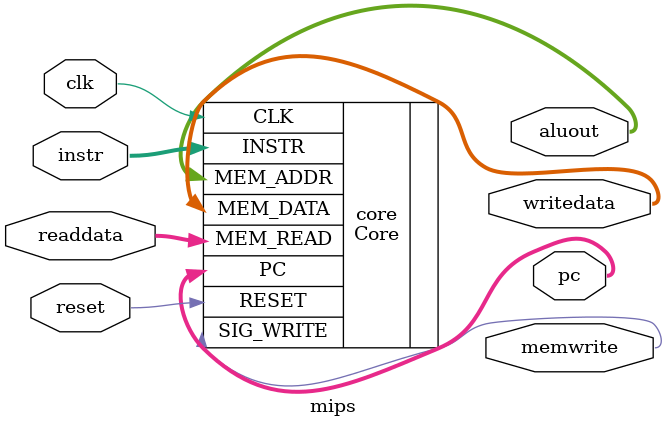
<source format=sv>
`timescale 1ps / 1ps

module mips(
    input logic clk, reset,
    input logic [31:0] instr,
    input logic [31:0] readdata,

    output logic [31:0] pc,
    output logic memwrite,
    output logic [31:0] aluout, writedata
);
    Core core(
        .CLK(clk), .RESET(reset),
        .INSTR(instr), .MEM_READ(readdata),
        .SIG_WRITE(memwrite),
        .PC(pc),
        .MEM_ADDR(aluout),
        .MEM_DATA(writedata)
    );
endmodule
</source>
